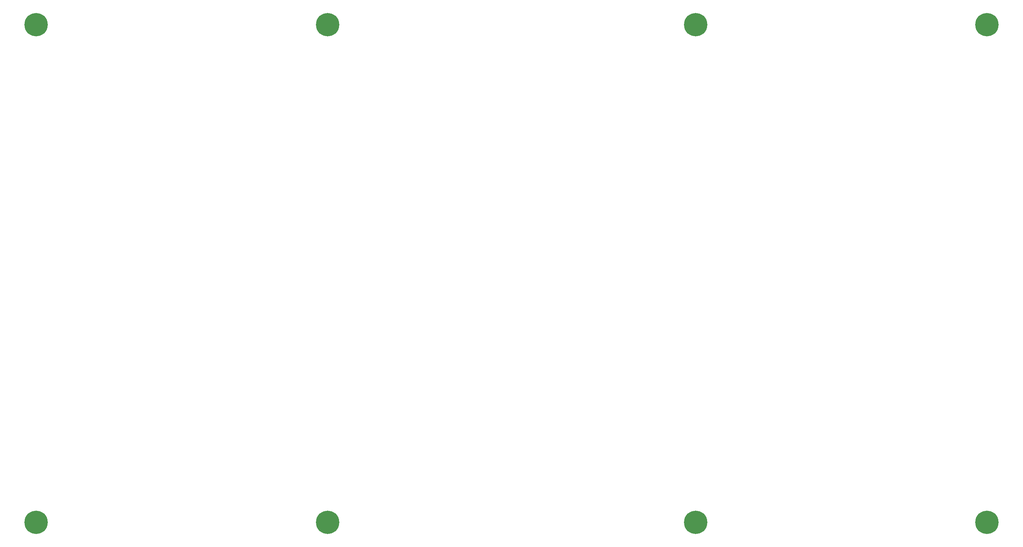
<source format=gbr>
G04 #@! TF.GenerationSoftware,KiCad,Pcbnew,(5.1.6)-1*
G04 #@! TF.CreationDate,2020-06-16T10:30:54+02:00*
G04 #@! TF.ProjectId,punk75_plate,70756e6b-3735-45f7-906c-6174652e6b69,rev?*
G04 #@! TF.SameCoordinates,Original*
G04 #@! TF.FileFunction,Copper,L1,Top*
G04 #@! TF.FilePolarity,Positive*
%FSLAX46Y46*%
G04 Gerber Fmt 4.6, Leading zero omitted, Abs format (unit mm)*
G04 Created by KiCad (PCBNEW (5.1.6)-1) date 2020-06-16 10:30:54*
%MOMM*%
%LPD*%
G01*
G04 APERTURE LIST*
G04 #@! TA.AperFunction,ComponentPad*
%ADD10C,6.400000*%
G04 #@! TD*
G04 APERTURE END LIST*
D10*
X352750000Y-99500000D03*
X272750000Y-99500000D03*
X171760000Y-99480000D03*
X91750000Y-99480000D03*
X272750000Y-236130000D03*
X171770000Y-236120000D03*
X91760000Y-236110000D03*
X352740000Y-236110000D03*
M02*

</source>
